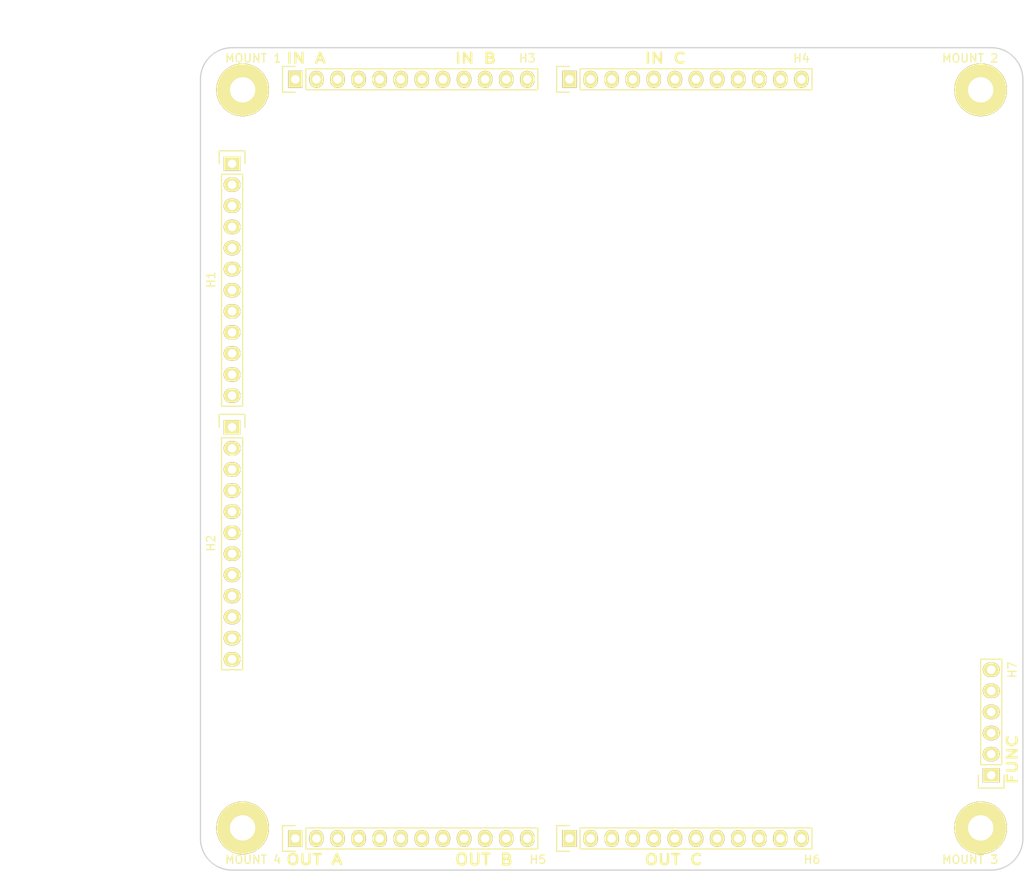
<source format=kicad_pcb>
(kicad_pcb (version 4) (host pcbnew 4.0.1-stable)

  (general
    (links 0)
    (no_connects 0)
    (area 44.374999 74.854999 143.585001 174.065001)
    (thickness 1.6)
    (drawings 22)
    (tracks 0)
    (zones 0)
    (modules 11)
    (nets 79)
  )

  (page A4)
  (layers
    (0 F.Cu signal)
    (31 B.Cu signal)
    (32 B.Adhes user)
    (33 F.Adhes user)
    (34 B.Paste user)
    (35 F.Paste user)
    (36 B.SilkS user)
    (37 F.SilkS user)
    (38 B.Mask user)
    (39 F.Mask user)
    (40 Dwgs.User user)
    (41 Cmts.User user)
    (42 Eco1.User user)
    (43 Eco2.User user)
    (44 Edge.Cuts user)
    (45 Margin user)
    (46 B.CrtYd user)
    (47 F.CrtYd user)
    (48 B.Fab user)
    (49 F.Fab user)
  )

  (setup
    (last_trace_width 0.25)
    (trace_clearance 0.2)
    (zone_clearance 0.508)
    (zone_45_only no)
    (trace_min 0.2)
    (segment_width 0.2)
    (edge_width 0.15)
    (via_size 0.6)
    (via_drill 0.4)
    (via_min_size 0.4)
    (via_min_drill 0.3)
    (uvia_size 0.3)
    (uvia_drill 0.1)
    (uvias_allowed no)
    (uvia_min_size 0.2)
    (uvia_min_drill 0.1)
    (pcb_text_width 0.3)
    (pcb_text_size 1.5 1.5)
    (mod_edge_width 0.15)
    (mod_text_size 1 1)
    (mod_text_width 0.15)
    (pad_size 1.524 1.524)
    (pad_drill 0.762)
    (pad_to_mask_clearance 0.2)
    (aux_axis_origin 44.45 74.93)
    (visible_elements 7FFFFFFF)
    (pcbplotparams
      (layerselection 0x00030_80000001)
      (usegerberextensions false)
      (excludeedgelayer true)
      (linewidth 0.100000)
      (plotframeref false)
      (viasonmask false)
      (mode 1)
      (useauxorigin false)
      (hpglpennumber 1)
      (hpglpenspeed 20)
      (hpglpendiameter 15)
      (hpglpenoverlay 2)
      (psnegative false)
      (psa4output false)
      (plotreference true)
      (plotvalue true)
      (plotinvisibletext false)
      (padsonsilk false)
      (subtractmaskfromsilk false)
      (outputformat 1)
      (mirror false)
      (drillshape 1)
      (scaleselection 1)
      (outputdirectory ""))
  )

  (net 0 "")
  (net 1 VCC)
  (net 2 VDD)
  (net 3 DATA7)
  (net 4 DATA6)
  (net 5 DATA5)
  (net 6 DATA4)
  (net 7 DATA3)
  (net 8 DATA2)
  (net 9 DATA1)
  (net 10 DATA0)
  (net 11 READ5)
  (net 12 READ4)
  (net 13 READ3)
  (net 14 READ2)
  (net 15 READ1)
  (net 16 READ0)
  (net 17 WRITE5)
  (net 18 WRITE4)
  (net 19 WRITE3)
  (net 20 WRITE2)
  (net 21 WRITE1)
  (net 22 WRITE0)
  (net 23 "Net-(H2-Pad11)")
  (net 24 "Net-(H2-Pad12)")
  (net 25 INA0)
  (net 26 INA1)
  (net 27 INA2)
  (net 28 INA3)
  (net 29 INA4)
  (net 30 INA5)
  (net 31 INA6)
  (net 32 INA7)
  (net 33 INB0)
  (net 34 INB1)
  (net 35 INB2)
  (net 36 INB3)
  (net 37 INB4)
  (net 38 INB5)
  (net 39 INB6)
  (net 40 INB7)
  (net 41 INC0)
  (net 42 INC1)
  (net 43 INC2)
  (net 44 INC3)
  (net 45 INC4)
  (net 46 INC5)
  (net 47 INC6)
  (net 48 INC7)
  (net 49 OUTA0)
  (net 50 OUTA1)
  (net 51 OUTA2)
  (net 52 OUTA3)
  (net 53 OUTA4)
  (net 54 OUTA5)
  (net 55 OUTA6)
  (net 56 OUTA7)
  (net 57 OUTB0)
  (net 58 OUTB1)
  (net 59 OUTB2)
  (net 60 OUTB3)
  (net 61 OUTB4)
  (net 62 OUTB5)
  (net 63 OUTB6)
  (net 64 OUTB7)
  (net 65 OUTC0)
  (net 66 OUTC1)
  (net 67 OUTC2)
  (net 68 OUTC3)
  (net 69 OUTC4)
  (net 70 OUTC5)
  (net 71 OUTC6)
  (net 72 OUTC7)
  (net 73 FUNC0)
  (net 74 FUNC1)
  (net 75 FUNC2)
  (net 76 FUNC3)
  (net 77 FUNC4)
  (net 78 FUNC5)

  (net_class Default "This is the default net class."
    (clearance 0.2)
    (trace_width 0.25)
    (via_dia 0.6)
    (via_drill 0.4)
    (uvia_dia 0.3)
    (uvia_drill 0.1)
    (add_net DATA0)
    (add_net DATA1)
    (add_net DATA2)
    (add_net DATA3)
    (add_net DATA4)
    (add_net DATA5)
    (add_net DATA6)
    (add_net DATA7)
    (add_net FUNC0)
    (add_net FUNC1)
    (add_net FUNC2)
    (add_net FUNC3)
    (add_net FUNC4)
    (add_net FUNC5)
    (add_net INA0)
    (add_net INA1)
    (add_net INA2)
    (add_net INA3)
    (add_net INA4)
    (add_net INA5)
    (add_net INA6)
    (add_net INA7)
    (add_net INB0)
    (add_net INB1)
    (add_net INB2)
    (add_net INB3)
    (add_net INB4)
    (add_net INB5)
    (add_net INB6)
    (add_net INB7)
    (add_net INC0)
    (add_net INC1)
    (add_net INC2)
    (add_net INC3)
    (add_net INC4)
    (add_net INC5)
    (add_net INC6)
    (add_net INC7)
    (add_net "Net-(H2-Pad11)")
    (add_net "Net-(H2-Pad12)")
    (add_net OUTA0)
    (add_net OUTA1)
    (add_net OUTA2)
    (add_net OUTA3)
    (add_net OUTA4)
    (add_net OUTA5)
    (add_net OUTA6)
    (add_net OUTA7)
    (add_net OUTB0)
    (add_net OUTB1)
    (add_net OUTB2)
    (add_net OUTB3)
    (add_net OUTB4)
    (add_net OUTB5)
    (add_net OUTB6)
    (add_net OUTB7)
    (add_net OUTC0)
    (add_net OUTC1)
    (add_net OUTC2)
    (add_net OUTC3)
    (add_net OUTC4)
    (add_net OUTC5)
    (add_net OUTC6)
    (add_net OUTC7)
    (add_net READ0)
    (add_net READ1)
    (add_net READ2)
    (add_net READ3)
    (add_net READ4)
    (add_net READ5)
    (add_net VCC)
    (add_net VDD)
    (add_net WRITE0)
    (add_net WRITE1)
    (add_net WRITE2)
    (add_net WRITE3)
    (add_net WRITE4)
    (add_net WRITE5)
  )

  (module Connect:1pin (layer F.Cu) (tedit 56B94838) (tstamp 56B93133)
    (at 49.53 80.01)
    (descr "module 1 pin (ou trou mecanique de percage)")
    (tags DEV)
    (fp_text reference "MOUNT 1" (at 1.27 -3.81) (layer F.SilkS)
      (effects (font (size 1 1) (thickness 0.15)))
    )
    (fp_text value 1pin (at 0 2.794) (layer F.Fab)
      (effects (font (size 1 1) (thickness 0.15)))
    )
    (fp_circle (center 0 0) (end 0 -2.286) (layer F.SilkS) (width 0.15))
    (pad 1 thru_hole circle (at 0 0) (size 6.35 6.35) (drill 3.048) (layers *.Cu *.Mask F.SilkS))
  )

  (module Connect:1pin (layer F.Cu) (tedit 56B9484D) (tstamp 56B9367B)
    (at 138.43 80.01)
    (descr "module 1 pin (ou trou mecanique de percage)")
    (tags DEV)
    (fp_text reference "MOUNT 2" (at -1.27 -3.81) (layer F.SilkS)
      (effects (font (size 1 1) (thickness 0.15)))
    )
    (fp_text value 1pin (at 0 2.794) (layer F.Fab)
      (effects (font (size 1 1) (thickness 0.15)))
    )
    (fp_circle (center 0 0) (end 0 -2.286) (layer F.SilkS) (width 0.15))
    (pad 1 thru_hole circle (at 0 0) (size 6.35 6.35) (drill 3.048) (layers *.Cu *.Mask F.SilkS))
  )

  (module Connect:1pin (layer F.Cu) (tedit 56B94869) (tstamp 56B93693)
    (at 138.43 168.91)
    (descr "module 1 pin (ou trou mecanique de percage)")
    (tags DEV)
    (fp_text reference "MOUNT 3" (at -1.27 3.81) (layer F.SilkS)
      (effects (font (size 1 1) (thickness 0.15)))
    )
    (fp_text value 1pin (at 0 2.794) (layer F.Fab)
      (effects (font (size 1 1) (thickness 0.15)))
    )
    (fp_circle (center 0 0) (end 0 -2.286) (layer F.SilkS) (width 0.15))
    (pad 1 thru_hole circle (at 0 0) (size 6.35 6.35) (drill 3.048) (layers *.Cu *.Mask F.SilkS))
  )

  (module Connect:1pin (layer F.Cu) (tedit 56B9487F) (tstamp 56B936A2)
    (at 49.53 168.91)
    (descr "module 1 pin (ou trou mecanique de percage)")
    (tags DEV)
    (fp_text reference "MOUNT 4" (at 1.27 3.81) (layer F.SilkS)
      (effects (font (size 1 1) (thickness 0.15)))
    )
    (fp_text value 1pin (at 0 2.794) (layer F.Fab)
      (effects (font (size 1 1) (thickness 0.15)))
    )
    (fp_circle (center 0 0) (end 0 -2.286) (layer F.SilkS) (width 0.15))
    (pad 1 thru_hole circle (at 0 0) (size 6.35 6.35) (drill 3.048) (layers *.Cu *.Mask F.SilkS))
  )

  (module Socket_Strips:Socket_Strip_Straight_1x12 (layer F.Cu) (tedit 56B93A69) (tstamp 56B92A65)
    (at 48.26 88.9 270)
    (descr "Through hole socket strip")
    (tags "socket strip")
    (path /56B9280A)
    (fp_text reference H1 (at 13.97 2.54 270) (layer F.SilkS)
      (effects (font (size 1 1) (thickness 0.15)))
    )
    (fp_text value CONN_01X12 (at 13.97 -2.54 270) (layer F.Fab)
      (effects (font (size 1 1) (thickness 0.15)))
    )
    (fp_line (start -1.75 -1.75) (end -1.75 1.75) (layer F.CrtYd) (width 0.05))
    (fp_line (start 29.7 -1.75) (end 29.7 1.75) (layer F.CrtYd) (width 0.05))
    (fp_line (start -1.75 -1.75) (end 29.7 -1.75) (layer F.CrtYd) (width 0.05))
    (fp_line (start -1.75 1.75) (end 29.7 1.75) (layer F.CrtYd) (width 0.05))
    (fp_line (start 1.27 1.27) (end 29.21 1.27) (layer F.SilkS) (width 0.15))
    (fp_line (start 29.21 1.27) (end 29.21 -1.27) (layer F.SilkS) (width 0.15))
    (fp_line (start 29.21 -1.27) (end 1.27 -1.27) (layer F.SilkS) (width 0.15))
    (fp_line (start -1.55 1.55) (end 0 1.55) (layer F.SilkS) (width 0.15))
    (fp_line (start 1.27 1.27) (end 1.27 -1.27) (layer F.SilkS) (width 0.15))
    (fp_line (start 0 -1.55) (end -1.55 -1.55) (layer F.SilkS) (width 0.15))
    (fp_line (start -1.55 -1.55) (end -1.55 1.55) (layer F.SilkS) (width 0.15))
    (pad 1 thru_hole rect (at 0 0 270) (size 1.7272 2.032) (drill 1.016) (layers *.Cu *.Mask F.SilkS)
      (net 1 VCC))
    (pad 2 thru_hole oval (at 2.54 0 270) (size 1.7272 2.032) (drill 1.016) (layers *.Cu *.Mask F.SilkS)
      (net 2 VDD))
    (pad 3 thru_hole oval (at 5.08 0 270) (size 1.7272 2.032) (drill 1.016) (layers *.Cu *.Mask F.SilkS)
      (net 3 DATA7))
    (pad 4 thru_hole oval (at 7.62 0 270) (size 1.7272 2.032) (drill 1.016) (layers *.Cu *.Mask F.SilkS)
      (net 4 DATA6))
    (pad 5 thru_hole oval (at 10.16 0 270) (size 1.7272 2.032) (drill 1.016) (layers *.Cu *.Mask F.SilkS)
      (net 5 DATA5))
    (pad 6 thru_hole oval (at 12.7 0 270) (size 1.7272 2.032) (drill 1.016) (layers *.Cu *.Mask F.SilkS)
      (net 6 DATA4))
    (pad 7 thru_hole oval (at 15.24 0 270) (size 1.7272 2.032) (drill 1.016) (layers *.Cu *.Mask F.SilkS)
      (net 7 DATA3))
    (pad 8 thru_hole oval (at 17.78 0 270) (size 1.7272 2.032) (drill 1.016) (layers *.Cu *.Mask F.SilkS)
      (net 8 DATA2))
    (pad 9 thru_hole oval (at 20.32 0 270) (size 1.7272 2.032) (drill 1.016) (layers *.Cu *.Mask F.SilkS)
      (net 9 DATA1))
    (pad 10 thru_hole oval (at 22.86 0 270) (size 1.7272 2.032) (drill 1.016) (layers *.Cu *.Mask F.SilkS)
      (net 10 DATA0))
    (pad 11 thru_hole oval (at 25.4 0 270) (size 1.7272 2.032) (drill 1.016) (layers *.Cu *.Mask F.SilkS)
      (net 11 READ5))
    (pad 12 thru_hole oval (at 27.94 0 270) (size 1.7272 2.032) (drill 1.016) (layers *.Cu *.Mask F.SilkS)
      (net 12 READ4))
    (model Socket_Strips.3dshapes/Socket_Strip_Straight_1x12.wrl
      (at (xyz 0.55 0 0))
      (scale (xyz 1 1 1))
      (rotate (xyz 0 0 180))
    )
  )

  (module Socket_Strips:Socket_Strip_Straight_1x12 (layer F.Cu) (tedit 56B94777) (tstamp 56B9476C)
    (at 48.26 120.65 270)
    (descr "Through hole socket strip")
    (tags "socket strip")
    (path /56B946D3)
    (fp_text reference H2 (at 13.97 2.54 270) (layer F.SilkS)
      (effects (font (size 1 1) (thickness 0.15)))
    )
    (fp_text value CONN_01X12 (at 13.97 -2.54 270) (layer F.Fab)
      (effects (font (size 1 1) (thickness 0.15)))
    )
    (fp_line (start -1.75 -1.75) (end -1.75 1.75) (layer F.CrtYd) (width 0.05))
    (fp_line (start 29.7 -1.75) (end 29.7 1.75) (layer F.CrtYd) (width 0.05))
    (fp_line (start -1.75 -1.75) (end 29.7 -1.75) (layer F.CrtYd) (width 0.05))
    (fp_line (start -1.75 1.75) (end 29.7 1.75) (layer F.CrtYd) (width 0.05))
    (fp_line (start 1.27 1.27) (end 29.21 1.27) (layer F.SilkS) (width 0.15))
    (fp_line (start 29.21 1.27) (end 29.21 -1.27) (layer F.SilkS) (width 0.15))
    (fp_line (start 29.21 -1.27) (end 1.27 -1.27) (layer F.SilkS) (width 0.15))
    (fp_line (start -1.55 1.55) (end 0 1.55) (layer F.SilkS) (width 0.15))
    (fp_line (start 1.27 1.27) (end 1.27 -1.27) (layer F.SilkS) (width 0.15))
    (fp_line (start 0 -1.55) (end -1.55 -1.55) (layer F.SilkS) (width 0.15))
    (fp_line (start -1.55 -1.55) (end -1.55 1.55) (layer F.SilkS) (width 0.15))
    (pad 1 thru_hole rect (at 0 0 270) (size 1.7272 2.032) (drill 1.016) (layers *.Cu *.Mask F.SilkS)
      (net 13 READ3))
    (pad 2 thru_hole oval (at 2.54 0 270) (size 1.7272 2.032) (drill 1.016) (layers *.Cu *.Mask F.SilkS)
      (net 14 READ2))
    (pad 3 thru_hole oval (at 5.08 0 270) (size 1.7272 2.032) (drill 1.016) (layers *.Cu *.Mask F.SilkS)
      (net 15 READ1))
    (pad 4 thru_hole oval (at 7.62 0 270) (size 1.7272 2.032) (drill 1.016) (layers *.Cu *.Mask F.SilkS)
      (net 16 READ0))
    (pad 5 thru_hole oval (at 10.16 0 270) (size 1.7272 2.032) (drill 1.016) (layers *.Cu *.Mask F.SilkS)
      (net 17 WRITE5))
    (pad 6 thru_hole oval (at 12.7 0 270) (size 1.7272 2.032) (drill 1.016) (layers *.Cu *.Mask F.SilkS)
      (net 18 WRITE4))
    (pad 7 thru_hole oval (at 15.24 0 270) (size 1.7272 2.032) (drill 1.016) (layers *.Cu *.Mask F.SilkS)
      (net 19 WRITE3))
    (pad 8 thru_hole oval (at 17.78 0 270) (size 1.7272 2.032) (drill 1.016) (layers *.Cu *.Mask F.SilkS)
      (net 20 WRITE2))
    (pad 9 thru_hole oval (at 20.32 0 270) (size 1.7272 2.032) (drill 1.016) (layers *.Cu *.Mask F.SilkS)
      (net 21 WRITE1))
    (pad 10 thru_hole oval (at 22.86 0 270) (size 1.7272 2.032) (drill 1.016) (layers *.Cu *.Mask F.SilkS)
      (net 22 WRITE0))
    (pad 11 thru_hole oval (at 25.4 0 270) (size 1.7272 2.032) (drill 1.016) (layers *.Cu *.Mask F.SilkS)
      (net 23 "Net-(H2-Pad11)"))
    (pad 12 thru_hole oval (at 27.94 0 270) (size 1.7272 2.032) (drill 1.016) (layers *.Cu *.Mask F.SilkS)
      (net 24 "Net-(H2-Pad12)"))
    (model Socket_Strips.3dshapes/Socket_Strip_Straight_1x12.wrl
      (at (xyz 0.55 0 0))
      (scale (xyz 1 1 1))
      (rotate (xyz 0 0 180))
    )
  )

  (module Socket_Strips:Socket_Strip_Straight_1x12 (layer F.Cu) (tedit 5701E2B8) (tstamp 5701E19E)
    (at 55.88 78.74)
    (descr "Through hole socket strip")
    (tags "socket strip")
    (path /570250F5)
    (fp_text reference H3 (at 27.94 -2.54) (layer F.SilkS)
      (effects (font (size 1 1) (thickness 0.15)))
    )
    (fp_text value CONN_01X12 (at 0 -3.1) (layer F.Fab)
      (effects (font (size 1 1) (thickness 0.15)))
    )
    (fp_line (start -1.75 -1.75) (end -1.75 1.75) (layer F.CrtYd) (width 0.05))
    (fp_line (start 29.7 -1.75) (end 29.7 1.75) (layer F.CrtYd) (width 0.05))
    (fp_line (start -1.75 -1.75) (end 29.7 -1.75) (layer F.CrtYd) (width 0.05))
    (fp_line (start -1.75 1.75) (end 29.7 1.75) (layer F.CrtYd) (width 0.05))
    (fp_line (start 1.27 1.27) (end 29.21 1.27) (layer F.SilkS) (width 0.15))
    (fp_line (start 29.21 1.27) (end 29.21 -1.27) (layer F.SilkS) (width 0.15))
    (fp_line (start 29.21 -1.27) (end 1.27 -1.27) (layer F.SilkS) (width 0.15))
    (fp_line (start -1.55 1.55) (end 0 1.55) (layer F.SilkS) (width 0.15))
    (fp_line (start 1.27 1.27) (end 1.27 -1.27) (layer F.SilkS) (width 0.15))
    (fp_line (start 0 -1.55) (end -1.55 -1.55) (layer F.SilkS) (width 0.15))
    (fp_line (start -1.55 -1.55) (end -1.55 1.55) (layer F.SilkS) (width 0.15))
    (pad 1 thru_hole rect (at 0 0) (size 1.7272 2.032) (drill 1.016) (layers *.Cu *.Mask F.SilkS)
      (net 25 INA0))
    (pad 2 thru_hole oval (at 2.54 0) (size 1.7272 2.032) (drill 1.016) (layers *.Cu *.Mask F.SilkS)
      (net 26 INA1))
    (pad 3 thru_hole oval (at 5.08 0) (size 1.7272 2.032) (drill 1.016) (layers *.Cu *.Mask F.SilkS)
      (net 27 INA2))
    (pad 4 thru_hole oval (at 7.62 0) (size 1.7272 2.032) (drill 1.016) (layers *.Cu *.Mask F.SilkS)
      (net 28 INA3))
    (pad 5 thru_hole oval (at 10.16 0) (size 1.7272 2.032) (drill 1.016) (layers *.Cu *.Mask F.SilkS)
      (net 29 INA4))
    (pad 6 thru_hole oval (at 12.7 0) (size 1.7272 2.032) (drill 1.016) (layers *.Cu *.Mask F.SilkS)
      (net 30 INA5))
    (pad 7 thru_hole oval (at 15.24 0) (size 1.7272 2.032) (drill 1.016) (layers *.Cu *.Mask F.SilkS)
      (net 31 INA6))
    (pad 8 thru_hole oval (at 17.78 0) (size 1.7272 2.032) (drill 1.016) (layers *.Cu *.Mask F.SilkS)
      (net 32 INA7))
    (pad 9 thru_hole oval (at 20.32 0) (size 1.7272 2.032) (drill 1.016) (layers *.Cu *.Mask F.SilkS)
      (net 33 INB0))
    (pad 10 thru_hole oval (at 22.86 0) (size 1.7272 2.032) (drill 1.016) (layers *.Cu *.Mask F.SilkS)
      (net 34 INB1))
    (pad 11 thru_hole oval (at 25.4 0) (size 1.7272 2.032) (drill 1.016) (layers *.Cu *.Mask F.SilkS)
      (net 35 INB2))
    (pad 12 thru_hole oval (at 27.94 0) (size 1.7272 2.032) (drill 1.016) (layers *.Cu *.Mask F.SilkS)
      (net 36 INB3))
    (model Socket_Strips.3dshapes/Socket_Strip_Straight_1x12.wrl
      (at (xyz 0.55 0 0))
      (scale (xyz 1 1 1))
      (rotate (xyz 0 0 180))
    )
  )

  (module Socket_Strips:Socket_Strip_Straight_1x12 (layer F.Cu) (tedit 5701E2B4) (tstamp 5701E1AE)
    (at 88.9 78.74)
    (descr "Through hole socket strip")
    (tags "socket strip")
    (path /57025154)
    (fp_text reference H4 (at 27.94 -2.54) (layer F.SilkS)
      (effects (font (size 1 1) (thickness 0.15)))
    )
    (fp_text value CONN_01X12 (at 0 -3.1) (layer F.Fab)
      (effects (font (size 1 1) (thickness 0.15)))
    )
    (fp_line (start -1.75 -1.75) (end -1.75 1.75) (layer F.CrtYd) (width 0.05))
    (fp_line (start 29.7 -1.75) (end 29.7 1.75) (layer F.CrtYd) (width 0.05))
    (fp_line (start -1.75 -1.75) (end 29.7 -1.75) (layer F.CrtYd) (width 0.05))
    (fp_line (start -1.75 1.75) (end 29.7 1.75) (layer F.CrtYd) (width 0.05))
    (fp_line (start 1.27 1.27) (end 29.21 1.27) (layer F.SilkS) (width 0.15))
    (fp_line (start 29.21 1.27) (end 29.21 -1.27) (layer F.SilkS) (width 0.15))
    (fp_line (start 29.21 -1.27) (end 1.27 -1.27) (layer F.SilkS) (width 0.15))
    (fp_line (start -1.55 1.55) (end 0 1.55) (layer F.SilkS) (width 0.15))
    (fp_line (start 1.27 1.27) (end 1.27 -1.27) (layer F.SilkS) (width 0.15))
    (fp_line (start 0 -1.55) (end -1.55 -1.55) (layer F.SilkS) (width 0.15))
    (fp_line (start -1.55 -1.55) (end -1.55 1.55) (layer F.SilkS) (width 0.15))
    (pad 1 thru_hole rect (at 0 0) (size 1.7272 2.032) (drill 1.016) (layers *.Cu *.Mask F.SilkS)
      (net 37 INB4))
    (pad 2 thru_hole oval (at 2.54 0) (size 1.7272 2.032) (drill 1.016) (layers *.Cu *.Mask F.SilkS)
      (net 38 INB5))
    (pad 3 thru_hole oval (at 5.08 0) (size 1.7272 2.032) (drill 1.016) (layers *.Cu *.Mask F.SilkS)
      (net 39 INB6))
    (pad 4 thru_hole oval (at 7.62 0) (size 1.7272 2.032) (drill 1.016) (layers *.Cu *.Mask F.SilkS)
      (net 40 INB7))
    (pad 5 thru_hole oval (at 10.16 0) (size 1.7272 2.032) (drill 1.016) (layers *.Cu *.Mask F.SilkS)
      (net 41 INC0))
    (pad 6 thru_hole oval (at 12.7 0) (size 1.7272 2.032) (drill 1.016) (layers *.Cu *.Mask F.SilkS)
      (net 42 INC1))
    (pad 7 thru_hole oval (at 15.24 0) (size 1.7272 2.032) (drill 1.016) (layers *.Cu *.Mask F.SilkS)
      (net 43 INC2))
    (pad 8 thru_hole oval (at 17.78 0) (size 1.7272 2.032) (drill 1.016) (layers *.Cu *.Mask F.SilkS)
      (net 44 INC3))
    (pad 9 thru_hole oval (at 20.32 0) (size 1.7272 2.032) (drill 1.016) (layers *.Cu *.Mask F.SilkS)
      (net 45 INC4))
    (pad 10 thru_hole oval (at 22.86 0) (size 1.7272 2.032) (drill 1.016) (layers *.Cu *.Mask F.SilkS)
      (net 46 INC5))
    (pad 11 thru_hole oval (at 25.4 0) (size 1.7272 2.032) (drill 1.016) (layers *.Cu *.Mask F.SilkS)
      (net 47 INC6))
    (pad 12 thru_hole oval (at 27.94 0) (size 1.7272 2.032) (drill 1.016) (layers *.Cu *.Mask F.SilkS)
      (net 48 INC7))
    (model Socket_Strips.3dshapes/Socket_Strip_Straight_1x12.wrl
      (at (xyz 0.55 0 0))
      (scale (xyz 1 1 1))
      (rotate (xyz 0 0 180))
    )
  )

  (module Socket_Strips:Socket_Strip_Straight_1x12 (layer F.Cu) (tedit 5701E2E6) (tstamp 5701E1BE)
    (at 55.88 170.18)
    (descr "Through hole socket strip")
    (tags "socket strip")
    (path /570252C4)
    (fp_text reference H5 (at 29.21 2.54) (layer F.SilkS)
      (effects (font (size 1 1) (thickness 0.15)))
    )
    (fp_text value CONN_01X12 (at 0 -3.1) (layer F.Fab)
      (effects (font (size 1 1) (thickness 0.15)))
    )
    (fp_line (start -1.75 -1.75) (end -1.75 1.75) (layer F.CrtYd) (width 0.05))
    (fp_line (start 29.7 -1.75) (end 29.7 1.75) (layer F.CrtYd) (width 0.05))
    (fp_line (start -1.75 -1.75) (end 29.7 -1.75) (layer F.CrtYd) (width 0.05))
    (fp_line (start -1.75 1.75) (end 29.7 1.75) (layer F.CrtYd) (width 0.05))
    (fp_line (start 1.27 1.27) (end 29.21 1.27) (layer F.SilkS) (width 0.15))
    (fp_line (start 29.21 1.27) (end 29.21 -1.27) (layer F.SilkS) (width 0.15))
    (fp_line (start 29.21 -1.27) (end 1.27 -1.27) (layer F.SilkS) (width 0.15))
    (fp_line (start -1.55 1.55) (end 0 1.55) (layer F.SilkS) (width 0.15))
    (fp_line (start 1.27 1.27) (end 1.27 -1.27) (layer F.SilkS) (width 0.15))
    (fp_line (start 0 -1.55) (end -1.55 -1.55) (layer F.SilkS) (width 0.15))
    (fp_line (start -1.55 -1.55) (end -1.55 1.55) (layer F.SilkS) (width 0.15))
    (pad 1 thru_hole rect (at 0 0) (size 1.7272 2.032) (drill 1.016) (layers *.Cu *.Mask F.SilkS)
      (net 49 OUTA0))
    (pad 2 thru_hole oval (at 2.54 0) (size 1.7272 2.032) (drill 1.016) (layers *.Cu *.Mask F.SilkS)
      (net 50 OUTA1))
    (pad 3 thru_hole oval (at 5.08 0) (size 1.7272 2.032) (drill 1.016) (layers *.Cu *.Mask F.SilkS)
      (net 51 OUTA2))
    (pad 4 thru_hole oval (at 7.62 0) (size 1.7272 2.032) (drill 1.016) (layers *.Cu *.Mask F.SilkS)
      (net 52 OUTA3))
    (pad 5 thru_hole oval (at 10.16 0) (size 1.7272 2.032) (drill 1.016) (layers *.Cu *.Mask F.SilkS)
      (net 53 OUTA4))
    (pad 6 thru_hole oval (at 12.7 0) (size 1.7272 2.032) (drill 1.016) (layers *.Cu *.Mask F.SilkS)
      (net 54 OUTA5))
    (pad 7 thru_hole oval (at 15.24 0) (size 1.7272 2.032) (drill 1.016) (layers *.Cu *.Mask F.SilkS)
      (net 55 OUTA6))
    (pad 8 thru_hole oval (at 17.78 0) (size 1.7272 2.032) (drill 1.016) (layers *.Cu *.Mask F.SilkS)
      (net 56 OUTA7))
    (pad 9 thru_hole oval (at 20.32 0) (size 1.7272 2.032) (drill 1.016) (layers *.Cu *.Mask F.SilkS)
      (net 57 OUTB0))
    (pad 10 thru_hole oval (at 22.86 0) (size 1.7272 2.032) (drill 1.016) (layers *.Cu *.Mask F.SilkS)
      (net 58 OUTB1))
    (pad 11 thru_hole oval (at 25.4 0) (size 1.7272 2.032) (drill 1.016) (layers *.Cu *.Mask F.SilkS)
      (net 59 OUTB2))
    (pad 12 thru_hole oval (at 27.94 0) (size 1.7272 2.032) (drill 1.016) (layers *.Cu *.Mask F.SilkS)
      (net 60 OUTB3))
    (model Socket_Strips.3dshapes/Socket_Strip_Straight_1x12.wrl
      (at (xyz 0.55 0 0))
      (scale (xyz 1 1 1))
      (rotate (xyz 0 0 180))
    )
  )

  (module Socket_Strips:Socket_Strip_Straight_1x12 (layer F.Cu) (tedit 5701E2F4) (tstamp 5701E1CE)
    (at 88.9 170.18)
    (descr "Through hole socket strip")
    (tags "socket strip")
    (path /5702519A)
    (fp_text reference H6 (at 29.21 2.54) (layer F.SilkS)
      (effects (font (size 1 1) (thickness 0.15)))
    )
    (fp_text value CONN_01X12 (at 0 -3.1) (layer F.Fab)
      (effects (font (size 1 1) (thickness 0.15)))
    )
    (fp_line (start -1.75 -1.75) (end -1.75 1.75) (layer F.CrtYd) (width 0.05))
    (fp_line (start 29.7 -1.75) (end 29.7 1.75) (layer F.CrtYd) (width 0.05))
    (fp_line (start -1.75 -1.75) (end 29.7 -1.75) (layer F.CrtYd) (width 0.05))
    (fp_line (start -1.75 1.75) (end 29.7 1.75) (layer F.CrtYd) (width 0.05))
    (fp_line (start 1.27 1.27) (end 29.21 1.27) (layer F.SilkS) (width 0.15))
    (fp_line (start 29.21 1.27) (end 29.21 -1.27) (layer F.SilkS) (width 0.15))
    (fp_line (start 29.21 -1.27) (end 1.27 -1.27) (layer F.SilkS) (width 0.15))
    (fp_line (start -1.55 1.55) (end 0 1.55) (layer F.SilkS) (width 0.15))
    (fp_line (start 1.27 1.27) (end 1.27 -1.27) (layer F.SilkS) (width 0.15))
    (fp_line (start 0 -1.55) (end -1.55 -1.55) (layer F.SilkS) (width 0.15))
    (fp_line (start -1.55 -1.55) (end -1.55 1.55) (layer F.SilkS) (width 0.15))
    (pad 1 thru_hole rect (at 0 0) (size 1.7272 2.032) (drill 1.016) (layers *.Cu *.Mask F.SilkS)
      (net 61 OUTB4))
    (pad 2 thru_hole oval (at 2.54 0) (size 1.7272 2.032) (drill 1.016) (layers *.Cu *.Mask F.SilkS)
      (net 62 OUTB5))
    (pad 3 thru_hole oval (at 5.08 0) (size 1.7272 2.032) (drill 1.016) (layers *.Cu *.Mask F.SilkS)
      (net 63 OUTB6))
    (pad 4 thru_hole oval (at 7.62 0) (size 1.7272 2.032) (drill 1.016) (layers *.Cu *.Mask F.SilkS)
      (net 64 OUTB7))
    (pad 5 thru_hole oval (at 10.16 0) (size 1.7272 2.032) (drill 1.016) (layers *.Cu *.Mask F.SilkS)
      (net 65 OUTC0))
    (pad 6 thru_hole oval (at 12.7 0) (size 1.7272 2.032) (drill 1.016) (layers *.Cu *.Mask F.SilkS)
      (net 66 OUTC1))
    (pad 7 thru_hole oval (at 15.24 0) (size 1.7272 2.032) (drill 1.016) (layers *.Cu *.Mask F.SilkS)
      (net 67 OUTC2))
    (pad 8 thru_hole oval (at 17.78 0) (size 1.7272 2.032) (drill 1.016) (layers *.Cu *.Mask F.SilkS)
      (net 68 OUTC3))
    (pad 9 thru_hole oval (at 20.32 0) (size 1.7272 2.032) (drill 1.016) (layers *.Cu *.Mask F.SilkS)
      (net 69 OUTC4))
    (pad 10 thru_hole oval (at 22.86 0) (size 1.7272 2.032) (drill 1.016) (layers *.Cu *.Mask F.SilkS)
      (net 70 OUTC5))
    (pad 11 thru_hole oval (at 25.4 0) (size 1.7272 2.032) (drill 1.016) (layers *.Cu *.Mask F.SilkS)
      (net 71 OUTC6))
    (pad 12 thru_hole oval (at 27.94 0) (size 1.7272 2.032) (drill 1.016) (layers *.Cu *.Mask F.SilkS)
      (net 72 OUTC7))
    (model Socket_Strips.3dshapes/Socket_Strip_Straight_1x12.wrl
      (at (xyz 0.55 0 0))
      (scale (xyz 1 1 1))
      (rotate (xyz 0 0 180))
    )
  )

  (module Socket_Strips:Socket_Strip_Straight_1x06 (layer F.Cu) (tedit 5701E34B) (tstamp 5701E1D8)
    (at 139.7 162.56 90)
    (descr "Through hole socket strip")
    (tags "socket strip")
    (path /570259FD)
    (fp_text reference H7 (at 12.7 2.54 90) (layer F.SilkS)
      (effects (font (size 1 1) (thickness 0.15)))
    )
    (fp_text value CONN_01X06 (at 0 -3.1 90) (layer F.Fab)
      (effects (font (size 1 1) (thickness 0.15)))
    )
    (fp_line (start -1.75 -1.75) (end -1.75 1.75) (layer F.CrtYd) (width 0.05))
    (fp_line (start 14.45 -1.75) (end 14.45 1.75) (layer F.CrtYd) (width 0.05))
    (fp_line (start -1.75 -1.75) (end 14.45 -1.75) (layer F.CrtYd) (width 0.05))
    (fp_line (start -1.75 1.75) (end 14.45 1.75) (layer F.CrtYd) (width 0.05))
    (fp_line (start 1.27 1.27) (end 13.97 1.27) (layer F.SilkS) (width 0.15))
    (fp_line (start 13.97 1.27) (end 13.97 -1.27) (layer F.SilkS) (width 0.15))
    (fp_line (start 13.97 -1.27) (end 1.27 -1.27) (layer F.SilkS) (width 0.15))
    (fp_line (start -1.55 1.55) (end 0 1.55) (layer F.SilkS) (width 0.15))
    (fp_line (start 1.27 1.27) (end 1.27 -1.27) (layer F.SilkS) (width 0.15))
    (fp_line (start 0 -1.55) (end -1.55 -1.55) (layer F.SilkS) (width 0.15))
    (fp_line (start -1.55 -1.55) (end -1.55 1.55) (layer F.SilkS) (width 0.15))
    (pad 1 thru_hole rect (at 0 0 90) (size 1.7272 2.032) (drill 1.016) (layers *.Cu *.Mask F.SilkS)
      (net 73 FUNC0))
    (pad 2 thru_hole oval (at 2.54 0 90) (size 1.7272 2.032) (drill 1.016) (layers *.Cu *.Mask F.SilkS)
      (net 74 FUNC1))
    (pad 3 thru_hole oval (at 5.08 0 90) (size 1.7272 2.032) (drill 1.016) (layers *.Cu *.Mask F.SilkS)
      (net 75 FUNC2))
    (pad 4 thru_hole oval (at 7.62 0 90) (size 1.7272 2.032) (drill 1.016) (layers *.Cu *.Mask F.SilkS)
      (net 76 FUNC3))
    (pad 5 thru_hole oval (at 10.16 0 90) (size 1.7272 2.032) (drill 1.016) (layers *.Cu *.Mask F.SilkS)
      (net 77 FUNC4))
    (pad 6 thru_hole oval (at 12.7 0 90) (size 1.7272 2.032) (drill 1.016) (layers *.Cu *.Mask F.SilkS)
      (net 78 FUNC5))
    (model Socket_Strips.3dshapes/Socket_Strip_Straight_1x06.wrl
      (at (xyz 0.25 0 0))
      (scale (xyz 1 1 1))
      (rotate (xyz 0 0 180))
    )
  )

  (gr_text FUNC (at 142.24 163.83 90) (layer F.SilkS)
    (effects (font (size 1.2 1.5) (thickness 0.3)) (justify left))
  )
  (gr_text "OUT C" (at 97.79 172.72) (layer F.SilkS)
    (effects (font (size 1.2 1.5) (thickness 0.3)) (justify left))
  )
  (gr_text "OUT B" (at 74.93 172.72) (layer F.SilkS)
    (effects (font (size 1.3 1.5) (thickness 0.3)) (justify left))
  )
  (gr_text "OUT A" (at 54.61 172.72) (layer F.SilkS)
    (effects (font (size 1.2 1.5) (thickness 0.3)) (justify left))
  )
  (gr_text "IN C" (at 97.79 76.2) (layer F.SilkS)
    (effects (font (size 1.2 1.5) (thickness 0.3)) (justify left))
  )
  (gr_text "IN B" (at 74.93 76.2) (layer F.SilkS)
    (effects (font (size 1.2 1.5) (thickness 0.3)) (justify left))
  )
  (gr_text "IN A" (at 54.61 76.2) (layer F.SilkS)
    (effects (font (size 1.2 1.5) (thickness 0.3)) (justify left))
  )
  (gr_line (start 139.7 74.93) (end 48.26 74.93) (angle 90) (layer Edge.Cuts) (width 0.15))
  (gr_line (start 143.51 170.18) (end 143.51 78.74) (angle 90) (layer Edge.Cuts) (width 0.15))
  (gr_line (start 48.26 173.99) (end 139.7 173.99) (angle 90) (layer Edge.Cuts) (width 0.15))
  (gr_arc (start 139.7 170.18) (end 143.51 170.18) (angle 90) (layer Edge.Cuts) (width 0.15))
  (gr_arc (start 139.7 78.74) (end 139.7 74.93) (angle 90) (layer Edge.Cuts) (width 0.15))
  (gr_arc (start 48.26 170.18) (end 48.26 173.99) (angle 90) (layer Edge.Cuts) (width 0.15))
  (gr_arc (start 48.26 78.74) (end 44.45 78.74) (angle 90) (layer Edge.Cuts) (width 0.15))
  (gr_line (start 44.45 170.18) (end 44.45 78.74) (angle 90) (layer Edge.Cuts) (width 0.15))
  (gr_line (start 143.51 173.99) (end 44.45 173.99) (angle 90) (layer Cmts.User) (width 0.2))
  (gr_line (start 143.51 74.93) (end 143.51 173.99) (angle 90) (layer Cmts.User) (width 0.2))
  (gr_line (start 44.45 74.93) (end 143.51 74.93) (angle 90) (layer Cmts.User) (width 0.2))
  (dimension 99.06 (width 0.3) (layer Cmts.User)
    (gr_text "99.060 mm" (at 93.98 71.04) (layer Cmts.User)
      (effects (font (size 1.5 1.5) (thickness 0.3)))
    )
    (feature1 (pts (xy 143.51 74.93) (xy 143.51 69.69)))
    (feature2 (pts (xy 44.45 74.93) (xy 44.45 69.69)))
    (crossbar (pts (xy 44.45 72.39) (xy 143.51 72.39)))
    (arrow1a (pts (xy 143.51 72.39) (xy 142.383496 72.976421)))
    (arrow1b (pts (xy 143.51 72.39) (xy 142.383496 71.803579)))
    (arrow2a (pts (xy 44.45 72.39) (xy 45.576504 72.976421)))
    (arrow2b (pts (xy 44.45 72.39) (xy 45.576504 71.803579)))
  )
  (dimension 99.06 (width 0.3) (layer Cmts.User)
    (gr_text "99.060 mm" (at 39.29 124.46 90) (layer Cmts.User)
      (effects (font (size 1.5 1.5) (thickness 0.3)))
    )
    (feature1 (pts (xy 43.18 74.93) (xy 37.94 74.93)))
    (feature2 (pts (xy 43.18 173.99) (xy 37.94 173.99)))
    (crossbar (pts (xy 40.64 173.99) (xy 40.64 74.93)))
    (arrow1a (pts (xy 40.64 74.93) (xy 41.226421 76.056504)))
    (arrow1b (pts (xy 40.64 74.93) (xy 40.053579 76.056504)))
    (arrow2a (pts (xy 40.64 173.99) (xy 41.226421 172.863496)))
    (arrow2b (pts (xy 40.64 173.99) (xy 40.053579 172.863496)))
  )
  (gr_line (start 44.45 74.93) (end 44.45 173.99) (angle 90) (layer Cmts.User) (width 0.2))
  (dimension 99.06 (width 0.3) (layer Cmts.User)
    (gr_text "99.060 mm" (at 26.59 125.73 270) (layer Cmts.User) (tstamp 56B92DE3)
      (effects (font (size 1.5 1.5) (thickness 0.3)))
    )
    (feature1 (pts (xy 30.48 175.26) (xy 25.24 175.26)))
    (feature2 (pts (xy 30.48 76.2) (xy 25.24 76.2)))
    (crossbar (pts (xy 27.94 76.2) (xy 27.94 175.26)))
    (arrow1a (pts (xy 27.94 175.26) (xy 27.353579 174.133496)))
    (arrow1b (pts (xy 27.94 175.26) (xy 28.526421 174.133496)))
    (arrow2a (pts (xy 27.94 76.2) (xy 27.353579 77.326504)))
    (arrow2b (pts (xy 27.94 76.2) (xy 28.526421 77.326504)))
  )

)

</source>
